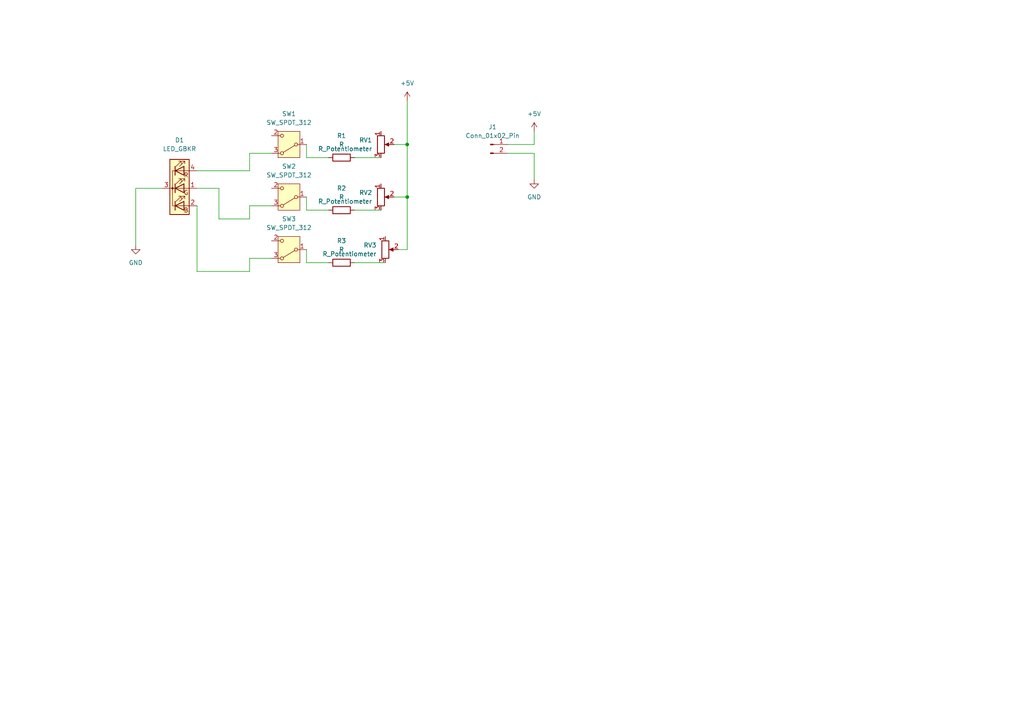
<source format=kicad_sch>
(kicad_sch (version 20231120) (generator "eeschema") (generator_version "8.0")
  (paper "A4")
  (lib_symbols
    (symbol "Connector:Conn_01x02_Pin" (pin_names (offset 1.016) hide)
      (property "Reference" "J" (at 0 2.54 0))
      (property "Value" "Conn_01x02_Pin" (at 0 -5.08 0))
      (symbol "Conn_01x02_Pin_1_1"
        (polyline (pts (xy 1.27 -2.54) (xy 0.8636 -2.54)) (stroke (width 0.1524)))
        (polyline (pts (xy 1.27 0) (xy 0.8636 0)) (stroke (width 0.1524)))
        (rectangle (start 0.8636 -2.413) (end 0 -2.667) (stroke (width 0.1524)) (fill (type outline)))
        (rectangle (start 0.8636 0.127) (end 0 -0.127) (stroke (width 0.1524)) (fill (type outline)))
        (pin passive line (at 5.08 0 180) (length 3.81) (name "Pin_1") (number "1"))
        (pin passive line (at 5.08 -2.54 180) (length 3.81) (name "Pin_2") (number "2"))
      )
    )
    (symbol "Device:LED_GBKR" (pin_names (offset 0) hide)
      (property "Reference" "D" (at 0 9.398 0))
      (property "Value" "LED_GBKR" (at 0 -8.89 0))
      (symbol "LED_GBKR_0_0"
        (text "B" (at 1.905 -6.35 0) (effects (font (size 1.27 1.27))))
        (text "G" (at 1.905 -1.27 0) (effects (font (size 1.27 1.27))))
        (text "R" (at 1.905 3.81 0) (effects (font (size 1.27 1.27))))
      )
      (symbol "LED_GBKR_0_1"
        (circle (center -2.032 0) (radius 0.254) (fill (type outline)))
        (polyline (pts (xy -1.27 -5.08) (xy 1.27 -5.08)))
        (polyline (pts (xy -1.27 -3.81) (xy -1.27 -6.35)) (stroke (width 0.254)))
        (polyline (pts (xy -1.27 0) (xy -2.54 0)))
        (polyline (pts (xy -1.27 1.27) (xy -1.27 -1.27)) (stroke (width 0.254)))
        (polyline (pts (xy -1.27 5.08) (xy 1.27 5.08)))
        (polyline (pts (xy -1.27 6.35) (xy -1.27 3.81)) (stroke (width 0.254)))
        (polyline (pts (xy 1.27 -5.08) (xy 2.54 -5.08)))
        (polyline (pts (xy 1.27 0) (xy -1.27 0)))
        (polyline (pts (xy 1.27 0) (xy 2.54 0)))
        (polyline (pts (xy 1.27 5.08) (xy 2.54 5.08)))
        (polyline (pts (xy -1.27 1.27) (xy -1.27 -1.27) (xy -1.27 -1.27)))
        (polyline (pts (xy -1.27 6.35) (xy -1.27 3.81) (xy -1.27 3.81)))
        (polyline (pts (xy -1.27 5.08) (xy -2.032 5.08) (xy -2.032 -5.08) (xy -1.016 -5.08)))
        (polyline (pts (xy 1.27 -3.81) (xy 1.27 -6.35) (xy -1.27 -5.08) (xy 1.27 -3.81)) (stroke (width 0.254)))
        (polyline (pts (xy 1.27 1.27) (xy 1.27 -1.27) (xy -1.27 0) (xy 1.27 1.27)) (stroke (width 0.254)))
        (polyline (pts (xy 1.27 6.35) (xy 1.27 3.81) (xy -1.27 5.08) (xy 1.27 6.35)) (stroke (width 0.254)))
        (polyline (pts (xy -1.016 -3.81) (xy 0.508 -2.286) (xy -0.254 -2.286) (xy 0.508 -2.286) (xy 0.508 -3.048)))
        (polyline (pts (xy -1.016 1.27) (xy 0.508 2.794) (xy -0.254 2.794) (xy 0.508 2.794) (xy 0.508 2.032)))
        (polyline (pts (xy -1.016 6.35) (xy 0.508 7.874) (xy -0.254 7.874) (xy 0.508 7.874) (xy 0.508 7.112)))
        (polyline (pts (xy 0 -3.81) (xy 1.524 -2.286) (xy 0.762 -2.286) (xy 1.524 -2.286) (xy 1.524 -3.048)))
        (polyline (pts (xy 0 1.27) (xy 1.524 2.794) (xy 0.762 2.794) (xy 1.524 2.794) (xy 1.524 2.032)))
        (polyline (pts (xy 0 6.35) (xy 1.524 7.874) (xy 0.762 7.874) (xy 1.524 7.874) (xy 1.524 7.112)))
        (rectangle (start 1.27 -1.27) (end 1.27 1.27))
        (rectangle (start 1.27 1.27) (end 1.27 1.27))
        (rectangle (start 1.27 3.81) (end 1.27 6.35))
        (rectangle (start 1.27 6.35) (end 1.27 6.35))
        (rectangle (start 2.794 8.382) (end -2.794 -7.62) (stroke (width 0.254)) (fill (type background)))
      )
      (symbol "LED_GBKR_1_1"
        (pin passive line (at 5.08 0 180) (length 2.54) (name "GA") (number "1"))
        (pin passive line (at 5.08 -5.08 180) (length 2.54) (name "BA") (number "2"))
        (pin passive line (at -5.08 0 0) (length 2.54) (name "K") (number "3"))
        (pin passive line (at 5.08 5.08 180) (length 2.54) (name "RA") (number "4"))
      )
    )
    (symbol "Device:R" (pin_numbers hide) (pin_names (offset 0))
      (property "Reference" "R" (at 2.032 0 90))
      (property "Value" "R" (at 0 0 90))
      (symbol "R_0_1"
        (rectangle (start -1.016 -2.54) (end 1.016 2.54) (stroke (width 0.254)))
      )
      (symbol "R_1_1"
        (pin passive line (at 0 3.81 270) (length 1.27) (name "~") (number "1"))
        (pin passive line (at 0 -3.81 90) (length 1.27) (name "~") (number "2"))
      )
    )
    (symbol "Device:R_Potentiometer" (pin_names (offset 1.016) hide)
      (property "Reference" "RV" (at -4.445 0 90))
      (property "Value" "R_Potentiometer" (at -2.54 0 90))
      (symbol "R_Potentiometer_0_1"
        (polyline (pts (xy 2.54 0) (xy 1.524 0)))
        (polyline (pts (xy 1.143 0) (xy 2.286 0.508) (xy 2.286 -0.508) (xy 1.143 0)) (fill (type outline)))
        (rectangle (start 1.016 2.54) (end -1.016 -2.54) (stroke (width 0.254)))
      )
      (symbol "R_Potentiometer_1_1"
        (pin passive line (at 0 3.81 270) (length 1.27) (name "1") (number "1"))
        (pin passive line (at 3.81 0 180) (length 1.27) (name "2") (number "2"))
        (pin passive line (at 0 -3.81 90) (length 1.27) (name "3") (number "3"))
      )
    )
    (symbol "Switch:SW_SPDT_312" (pin_names (offset 1) hide)
      (property "Reference" "SW" (at 0 5.08 0))
      (property "Value" "SW_SPDT_312" (at 0 -5.08 0))
      (symbol "SW_SPDT_312_0_1"
        (circle (center -2.032 0) (radius 0.4572))
        (polyline (pts (xy -1.651 0.254) (xy 1.651 2.286)))
        (circle (center 2.032 -2.54) (radius 0.4572))
        (circle (center 2.032 2.54) (radius 0.4572))
      )
      (symbol "SW_SPDT_312_1_1"
        (rectangle (start -3.175 3.81) (end 3.175 -3.81) (fill (type background)))
        (pin passive line (at -5.08 0 0) (length 2.54) (name "B") (number "1"))
        (pin passive line (at 5.08 -2.54 180) (length 2.54) (name "C") (number "2"))
        (pin passive line (at 5.08 2.54 180) (length 2.54) (name "A") (number "3"))
      )
    )
    (symbol "power:+5V" (power) (pin_numbers hide) (pin_names (offset 0) hide)
      (property "Value" "+5V" (at 0 3.556 0))
      (symbol "+5V_0_1"
        (polyline (pts (xy -0.762 1.27) (xy 0 2.54)))
        (polyline (pts (xy 0 0) (xy 0 2.54)))
        (polyline (pts (xy 0 2.54) (xy 0.762 1.27)))
      )
      (symbol "+5V_1_1"
        (pin power_in line (at 0 0 90) (length 0) (name "~") (number "1"))
      )
    )
    (symbol "power:GND" (power) (pin_numbers hide) (pin_names (offset 0) hide)
      (property "Value" "GND" (at 0 -3.81 0))
      (symbol "GND_0_1"
        (polyline (pts (xy 0 0) (xy 0 -1.27) (xy 1.27 -1.27) (xy 0 -2.54) (xy -1.27 -1.27) (xy 0 -1.27)))
      )
      (symbol "GND_1_1"
        (pin power_in line (at 0 0 270) (length 0) (name "~") (number "1"))
      )
    )
  )
  (junction (at 118.11 57.15))
  (junction (at 118.11 41.91))
  (wire (pts (xy 114.3 57.15) (xy 118.11 57.15)))
  (wire (pts (xy 118.11 57.15) (xy 118.11 72.39)))
  (wire (pts (xy 46.99 54.61) (xy 39.37 54.61)))
  (wire (pts (xy 147.32 41.91) (xy 154.94 41.91)))
  (wire (pts (xy 72.39 44.45) (xy 78.74 44.45)))
  (wire (pts (xy 118.11 41.91) (xy 118.11 57.15)))
  (wire (pts (xy 110.49 45.72) (xy 102.87 45.72)))
  (wire (pts (xy 95.25 60.96) (xy 88.9 60.96)))
  (wire (pts (xy 115.57 72.39) (xy 118.11 72.39)))
  (wire (pts (xy 95.25 76.2) (xy 88.9 76.2)))
  (wire (pts (xy 72.39 74.93) (xy 72.39 78.74)))
  (wire (pts (xy 57.15 54.61) (xy 63.5 54.61)))
  (wire (pts (xy 63.5 54.61) (xy 63.5 63.5)))
  (wire (pts (xy 111.76 76.2) (xy 102.87 76.2)))
  (wire (pts (xy 154.94 44.45) (xy 154.94 52.07)))
  (wire (pts (xy 114.3 41.91) (xy 118.11 41.91)))
  (wire (pts (xy 88.9 60.96) (xy 88.9 57.15)))
  (wire (pts (xy 57.15 78.74) (xy 72.39 78.74)))
  (wire (pts (xy 57.15 49.53) (xy 72.39 49.53)))
  (wire (pts (xy 88.9 76.2) (xy 88.9 72.39)))
  (wire (pts (xy 72.39 59.69) (xy 78.74 59.69)))
  (wire (pts (xy 72.39 44.45) (xy 72.39 49.53)))
  (wire (pts (xy 88.9 45.72) (xy 88.9 41.91)))
  (wire (pts (xy 63.5 63.5) (xy 72.39 63.5)))
  (wire (pts (xy 110.49 60.96) (xy 102.87 60.96)))
  (wire (pts (xy 118.11 29.21) (xy 118.11 41.91)))
  (wire (pts (xy 57.15 59.69) (xy 57.15 78.74)))
  (wire (pts (xy 154.94 41.91) (xy 154.94 38.1)))
  (wire (pts (xy 95.25 45.72) (xy 88.9 45.72)))
  (wire (pts (xy 72.39 59.69) (xy 72.39 63.5)))
  (wire (pts (xy 39.37 54.61) (xy 39.37 71.12)))
  (wire (pts (xy 72.39 74.93) (xy 78.74 74.93)))
  (wire (pts (xy 147.32 44.45) (xy 154.94 44.45)))
  (symbol (lib_id "power:+5V") (at 118.11 29.21 0) (unit 1)
    (property "Reference" "#PWR02" (effects (hide yes)))
    (property "Value" "+5V" (at 118.11 24.13 0))
    (property "Description" "Power symbol creates a global label with name \"+5V\"" (effects (hide yes)))
  )
  (symbol (lib_id "Device:R") (at 99.06 76.2 90) (unit 1)
    (property "Reference" "R3" (at 99.06 69.85 90))
    (property "Value" "R" (at 99.06 72.39 90))
    (property "Footprint" "Resistor_THT:R_Axial_DIN0207_L6.3mm_D2.5mm_P10.16mm_Horizontal" (effects (hide yes)))
    (property "Description" "Resistor" (effects (hide yes)))
  )
  (symbol (lib_id "Switch:SW_SPDT_312") (at 83.82 57.15 180) (unit 1)
    (property "Reference" "SW2" (at 83.82 48.26 0))
    (property "Value" "SW_SPDT_312" (at 83.82 50.8 0))
    (property "Footprint" "Button_Switch_THT:SW_Slide-03_Wuerth-WS-SLTV_10x2.5x6.4_P2.54mm" (effects (hide yes)))
    (property "Description" "Switch, single pole double throw" (effects (hide yes)))
  )
  (symbol (lib_id "power:+5V") (at 154.94 38.1 0) (unit 1)
    (property "Reference" "#PWR03" (effects (hide yes)))
    (property "Value" "+5V" (at 154.94 33.02 0))
    (property "Description" "Power symbol creates a global label with name \"+5V\"" (effects (hide yes)))
  )
  (symbol (lib_id "Switch:SW_SPDT_312") (at 83.82 72.39 180) (unit 1)
    (property "Reference" "SW3" (at 83.82 63.5 0))
    (property "Value" "SW_SPDT_312" (at 83.82 66.04 0))
    (property "Footprint" "Button_Switch_THT:SW_Slide-03_Wuerth-WS-SLTV_10x2.5x6.4_P2.54mm" (effects (hide yes)))
    (property "Description" "Switch, single pole double throw" (effects (hide yes)))
  )
  (symbol (lib_id "Device:R_Potentiometer") (at 110.49 41.91 0) (unit 1)
    (property "Reference" "RV1" (at 107.95 40.6399 0) (effects (justify right)))
    (property "Value" "R_Potentiometer" (at 107.95 43.1799 0) (effects (justify right)))
    (property "Footprint" "Library:potention_3386k" (effects (hide yes)))
    (property "Description" "Potentiometer" (effects (hide yes)))
  )
  (symbol (lib_id "Connector:Conn_01x02_Pin") (at 142.24 41.91 0) (unit 1)
    (property "Reference" "J1" (at 142.875 36.83 0))
    (property "Value" "Conn_01x02_Pin" (at 142.875 39.37 0))
    (property "Footprint" "Connector_JST:JST_XH_S2B-XH-A-1_1x02_P2.50mm_Horizontal" (effects (hide yes)))
    (property "Description" "Generic connector, single row, 01x02, script generated" (effects (hide yes)))
  )
  (symbol (lib_id "Device:R_Potentiometer") (at 110.49 57.15 0) (unit 1)
    (property "Reference" "RV2" (at 107.95 55.8799 0) (effects (justify right)))
    (property "Value" "R_Potentiometer" (at 107.95 58.4199 0) (effects (justify right)))
    (property "Footprint" "Library:potention_3386k" (effects (hide yes)))
    (property "Description" "Potentiometer" (effects (hide yes)))
  )
  (symbol (lib_id "power:GND") (at 39.37 71.12 0) (unit 1)
    (property "Reference" "#PWR01" (effects (hide yes)))
    (property "Value" "GND" (at 39.37 76.2 0))
    (property "Description" "Power symbol creates a global label with name \"GND\" , ground" (effects (hide yes)))
  )
  (symbol (lib_id "Device:LED_GBKR") (at 52.07 54.61 0) (unit 1)
    (property "Reference" "D1" (at 52.07 40.64 0))
    (property "Value" "LED_GBKR" (at 52.07 43.18 0))
    (property "Footprint" "LED_THT:LED_D5.0mm-4_RGB_Wide_Pins" (effects (hide yes)))
    (property "Description" "RGB LED, green/blue/cathode/red" (effects (hide yes)))
  )
  (symbol (lib_id "Device:R") (at 99.06 45.72 90) (unit 1)
    (property "Reference" "R1" (at 99.06 39.37 90))
    (property "Value" "R" (at 99.06 41.91 90))
    (property "Footprint" "Resistor_THT:R_Axial_DIN0207_L6.3mm_D2.5mm_P10.16mm_Horizontal" (effects (hide yes)))
    (property "Description" "Resistor" (effects (hide yes)))
  )
  (symbol (lib_id "Device:R_Potentiometer") (at 111.76 72.39 0) (unit 1)
    (property "Reference" "RV3" (at 109.22 71.1199 0) (effects (justify right)))
    (property "Value" "R_Potentiometer" (at 109.22 73.6599 0) (effects (justify right)))
    (property "Footprint" "Library:potention_3386k" (effects (hide yes)))
    (property "Description" "Potentiometer" (effects (hide yes)))
  )
  (symbol (lib_id "power:GND") (at 154.94 52.07 0) (unit 1)
    (property "Reference" "#PWR04" (effects (hide yes)))
    (property "Value" "GND" (at 154.94 57.15 0))
    (property "Description" "Power symbol creates a global label with name \"GND\" , ground" (effects (hide yes)))
  )
  (symbol (lib_id "Switch:SW_SPDT_312") (at 83.82 41.91 180) (unit 1)
    (property "Reference" "SW1" (at 83.82 33.02 0))
    (property "Value" "SW_SPDT_312" (at 83.82 35.56 0))
    (property "Footprint" "Button_Switch_THT:SW_Slide-03_Wuerth-WS-SLTV_10x2.5x6.4_P2.54mm" (effects (hide yes)))
    (property "Description" "Switch, single pole double throw" (effects (hide yes)))
  )
  (symbol (lib_id "Device:R") (at 99.06 60.96 90) (unit 1)
    (property "Reference" "R2" (at 99.06 54.61 90))
    (property "Value" "R" (at 99.06 57.15 90))
    (property "Footprint" "Resistor_THT:R_Axial_DIN0207_L6.3mm_D2.5mm_P10.16mm_Horizontal" (effects (hide yes)))
    (property "Description" "Resistor" (effects (hide yes)))
  )
)
</source>
